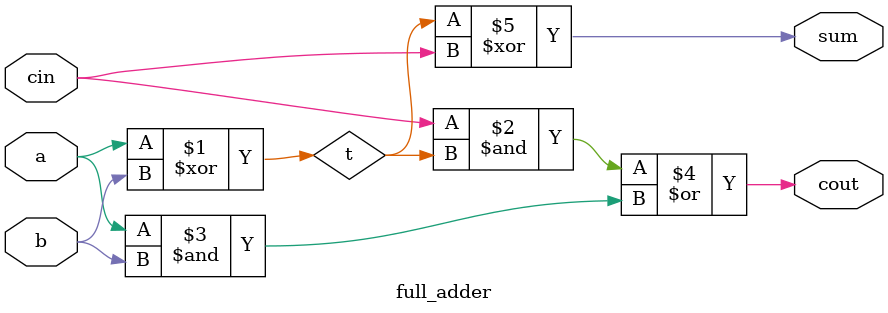
<source format=sv>

module full_adder(
    output wire cout, sum,    
    input wire a, b, cin
);

    wire t;
    
    assign t = a^b;
    assign cout = (cin & t) | (a & b);
    assign sum = t^cin;
    
endmodule

</source>
